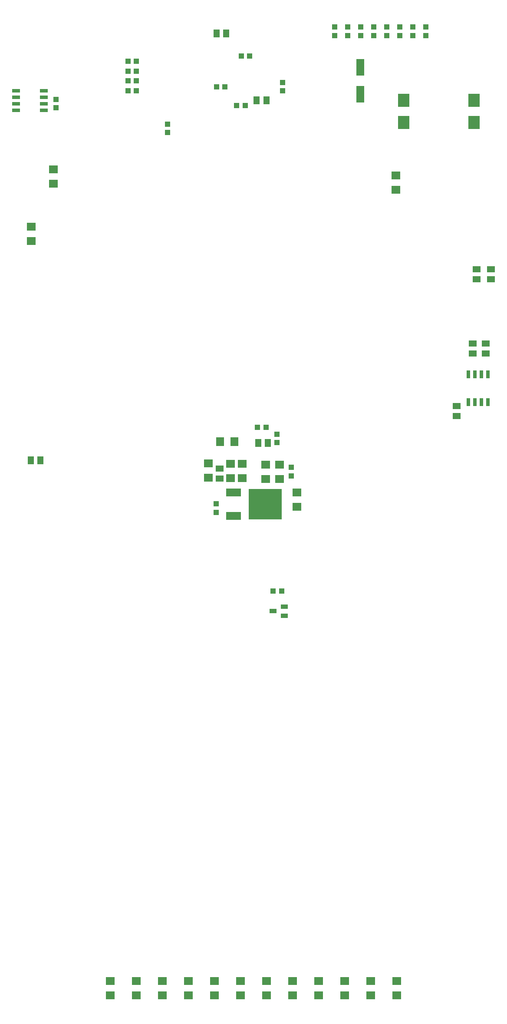
<source format=gbp>
%FSLAX25Y25*%
%MOIN*%
G70*
G01*
G75*
G04 Layer_Color=128*
%ADD10R,0.09000X0.06500*%
%ADD11R,0.07000X0.08000*%
%ADD12R,0.05906X0.05118*%
%ADD13R,0.12500X0.06000*%
%ADD14R,0.06000X0.12500*%
%ADD15R,0.05600X0.03600*%
%ADD16R,0.06299X0.07087*%
%ADD17R,0.10630X0.07087*%
%ADD18R,0.04331X0.03937*%
%ADD19R,0.05118X0.05906*%
%ADD20C,0.05000*%
%ADD21R,0.07087X0.06299*%
%ADD22R,0.03937X0.04331*%
%ADD23R,0.06000X0.08500*%
%ADD24R,0.01181X0.05118*%
%ADD25R,0.07087X0.08661*%
%ADD26O,0.01181X0.07087*%
%ADD27O,0.07087X0.01181*%
%ADD28R,0.14500X0.05000*%
%ADD29R,0.10000X0.07000*%
%ADD30R,0.20000X0.07000*%
%ADD31R,0.06000X0.05500*%
%ADD32C,0.00800*%
%ADD33C,0.01000*%
%ADD34C,0.05000*%
%ADD35C,0.02000*%
%ADD36C,0.08000*%
%ADD37C,0.02500*%
%ADD38C,0.01200*%
%ADD39C,0.13000*%
%ADD40C,0.10000*%
%ADD41C,0.06000*%
G04:AMPARAMS|DCode=42|XSize=60mil|YSize=60mil|CornerRadius=15mil|HoleSize=0mil|Usage=FLASHONLY|Rotation=90.000|XOffset=0mil|YOffset=0mil|HoleType=Round|Shape=RoundedRectangle|*
%AMROUNDEDRECTD42*
21,1,0.06000,0.03000,0,0,90.0*
21,1,0.03000,0.06000,0,0,90.0*
1,1,0.03000,0.01500,0.01500*
1,1,0.03000,0.01500,-0.01500*
1,1,0.03000,-0.01500,-0.01500*
1,1,0.03000,-0.01500,0.01500*
%
%ADD42ROUNDEDRECTD42*%
%ADD43R,0.06200X0.06200*%
%ADD44C,0.06200*%
%ADD45O,0.06000X0.06400*%
%ADD46R,0.06000X0.06400*%
%ADD47O,0.10000X0.12000*%
%ADD48C,0.23400*%
%ADD49R,0.06200X0.06200*%
%ADD50C,0.10000*%
%ADD51C,0.07500*%
G04:AMPARAMS|DCode=52|XSize=50mil|YSize=50mil|CornerRadius=12.5mil|HoleSize=0mil|Usage=FLASHONLY|Rotation=180.000|XOffset=0mil|YOffset=0mil|HoleType=Round|Shape=RoundedRectangle|*
%AMROUNDEDRECTD52*
21,1,0.05000,0.02500,0,0,180.0*
21,1,0.02500,0.05000,0,0,180.0*
1,1,0.02500,-0.01250,0.01250*
1,1,0.02500,0.01250,0.01250*
1,1,0.02500,0.01250,-0.01250*
1,1,0.02500,-0.01250,-0.01250*
%
%ADD52ROUNDEDRECTD52*%
%ADD53C,0.05500*%
G04:AMPARAMS|DCode=54|XSize=55mil|YSize=55mil|CornerRadius=13.75mil|HoleSize=0mil|Usage=FLASHONLY|Rotation=180.000|XOffset=0mil|YOffset=0mil|HoleType=Round|Shape=RoundedRectangle|*
%AMROUNDEDRECTD54*
21,1,0.05500,0.02750,0,0,180.0*
21,1,0.02750,0.05500,0,0,180.0*
1,1,0.02750,-0.01375,0.01375*
1,1,0.02750,0.01375,0.01375*
1,1,0.02750,0.01375,-0.01375*
1,1,0.02750,-0.01375,-0.01375*
%
%ADD54ROUNDEDRECTD54*%
%ADD55C,0.03000*%
%ADD56C,0.08000*%
%ADD57R,0.09000X0.10000*%
%ADD58R,0.06000X0.02500*%
%ADD59R,0.02500X0.06000*%
%ADD60R,0.11800X0.06300*%
%ADD61R,0.25590X0.23622*%
%ADD62C,0.03000*%
%ADD63C,0.02362*%
%ADD64C,0.00984*%
%ADD65C,0.00500*%
%ADD66C,0.01500*%
%ADD67C,0.00699*%
%ADD68C,0.00787*%
%ADD69C,0.01600*%
%ADD70R,0.19000X0.55500*%
%ADD71R,0.06000X0.06000*%
%ADD72P,0.09051X4X180.0*%
%ADD73O,0.10200X0.12200*%
%ADD74P,0.09051X4X90.0*%
%ADD75C,0.05106*%
G04:AMPARAMS|DCode=76|XSize=51.06mil|YSize=51.06mil|CornerRadius=12.77mil|HoleSize=0mil|Usage=FLASHONLY|Rotation=0.000|XOffset=0mil|YOffset=0mil|HoleType=Round|Shape=RoundedRectangle|*
%AMROUNDEDRECTD76*
21,1,0.05106,0.02553,0,0,0.0*
21,1,0.02553,0.05106,0,0,0.0*
1,1,0.02553,0.01277,-0.01277*
1,1,0.02553,-0.01277,-0.01277*
1,1,0.02553,-0.01277,0.01277*
1,1,0.02553,0.01277,0.01277*
%
%ADD76ROUNDEDRECTD76*%
%ADD77R,0.06890X0.08465*%
%ADD78R,0.09800X0.07300*%
%ADD79R,0.07800X0.08800*%
%ADD80R,0.06706X0.05918*%
%ADD81R,0.13300X0.06800*%
%ADD82R,0.06800X0.13300*%
%ADD83R,0.06400X0.04400*%
%ADD84R,0.07099X0.07887*%
%ADD85R,0.11430X0.07887*%
%ADD86R,0.05131X0.04737*%
%ADD87R,0.05918X0.06706*%
%ADD88R,0.07887X0.07099*%
%ADD89R,0.04737X0.05131*%
%ADD90R,0.06800X0.09300*%
%ADD91R,0.01481X0.05418*%
%ADD92R,0.07874X0.09449*%
%ADD93O,0.01481X0.07387*%
%ADD94O,0.07387X0.01481*%
%ADD95R,0.15300X0.05800*%
%ADD96R,0.10800X0.07800*%
%ADD97R,0.20800X0.07800*%
%ADD98R,0.06800X0.06300*%
%ADD99C,0.06800*%
G04:AMPARAMS|DCode=100|XSize=68mil|YSize=68mil|CornerRadius=19mil|HoleSize=0mil|Usage=FLASHONLY|Rotation=90.000|XOffset=0mil|YOffset=0mil|HoleType=Round|Shape=RoundedRectangle|*
%AMROUNDEDRECTD100*
21,1,0.06800,0.03000,0,0,90.0*
21,1,0.03000,0.06800,0,0,90.0*
1,1,0.03800,0.01500,0.01500*
1,1,0.03800,0.01500,-0.01500*
1,1,0.03800,-0.01500,-0.01500*
1,1,0.03800,-0.01500,0.01500*
%
%ADD100ROUNDEDRECTD100*%
%ADD101R,0.07000X0.07000*%
%ADD102C,0.07000*%
%ADD103O,0.06800X0.07200*%
%ADD104R,0.06800X0.07200*%
%ADD105O,0.10800X0.12800*%
%ADD106C,0.24200*%
%ADD107R,0.07000X0.07000*%
%ADD108C,0.10800*%
%ADD109C,0.08300*%
%ADD110C,0.05800*%
G04:AMPARAMS|DCode=111|XSize=58mil|YSize=58mil|CornerRadius=16.5mil|HoleSize=0mil|Usage=FLASHONLY|Rotation=180.000|XOffset=0mil|YOffset=0mil|HoleType=Round|Shape=RoundedRectangle|*
%AMROUNDEDRECTD111*
21,1,0.05800,0.02500,0,0,180.0*
21,1,0.02500,0.05800,0,0,180.0*
1,1,0.03300,-0.01250,0.01250*
1,1,0.03300,0.01250,0.01250*
1,1,0.03300,0.01250,-0.01250*
1,1,0.03300,-0.01250,-0.01250*
%
%ADD111ROUNDEDRECTD111*%
%ADD112C,0.06300*%
G04:AMPARAMS|DCode=113|XSize=63mil|YSize=63mil|CornerRadius=17.75mil|HoleSize=0mil|Usage=FLASHONLY|Rotation=180.000|XOffset=0mil|YOffset=0mil|HoleType=Round|Shape=RoundedRectangle|*
%AMROUNDEDRECTD113*
21,1,0.06300,0.02750,0,0,180.0*
21,1,0.02750,0.06300,0,0,180.0*
1,1,0.03550,-0.01375,0.01375*
1,1,0.03550,0.01375,0.01375*
1,1,0.03550,0.01375,-0.01375*
1,1,0.03550,-0.01375,-0.01375*
%
%ADD113ROUNDEDRECTD113*%
%ADD114R,0.09800X0.10800*%
%ADD115R,0.06800X0.03300*%
%ADD116R,0.03300X0.06800*%
%ADD117R,0.12600X0.07100*%
%ADD118R,0.26391X0.24422*%
G54D12*
X357000Y552750D02*
D03*
Y560250D02*
D03*
X368000Y552750D02*
D03*
Y560250D02*
D03*
X341500Y455250D02*
D03*
Y447750D02*
D03*
X159500Y399750D02*
D03*
Y407250D02*
D03*
X354000Y495750D02*
D03*
Y503250D02*
D03*
X364000Y495750D02*
D03*
Y503250D02*
D03*
G54D14*
X267500Y715250D02*
D03*
Y694750D02*
D03*
G54D15*
X209250Y301500D02*
D03*
X200750Y298000D02*
D03*
X209250Y294500D02*
D03*
G54D16*
X160000Y428000D02*
D03*
X171000D02*
D03*
G54D18*
X207250Y313500D02*
D03*
X200750D02*
D03*
X182750Y724000D02*
D03*
X176250D02*
D03*
X163750Y700500D02*
D03*
X157250D02*
D03*
X179250Y686000D02*
D03*
X172750D02*
D03*
X89250Y712500D02*
D03*
X95750D02*
D03*
X89250Y720000D02*
D03*
X95750D02*
D03*
X89250Y705000D02*
D03*
X95750D02*
D03*
X89250Y697500D02*
D03*
X95750D02*
D03*
X195250Y439000D02*
D03*
X188750D02*
D03*
G54D19*
X157250Y741500D02*
D03*
X164750D02*
D03*
X196750Y427000D02*
D03*
X189250D02*
D03*
X14550Y413600D02*
D03*
X22050D02*
D03*
X188050Y690100D02*
D03*
X195550D02*
D03*
G54D21*
X15000Y593000D02*
D03*
Y582000D02*
D03*
X295500Y13900D02*
D03*
Y2900D02*
D03*
X275500Y13900D02*
D03*
Y2900D02*
D03*
X255500Y13900D02*
D03*
Y2900D02*
D03*
X235500Y13900D02*
D03*
Y2900D02*
D03*
X155500Y13900D02*
D03*
Y2900D02*
D03*
X175500Y13900D02*
D03*
Y2900D02*
D03*
X195500Y13900D02*
D03*
Y2900D02*
D03*
X215500Y13900D02*
D03*
Y2900D02*
D03*
X135500Y13900D02*
D03*
Y2900D02*
D03*
X115500Y13900D02*
D03*
Y2900D02*
D03*
X95500Y13900D02*
D03*
Y2900D02*
D03*
X75500Y13900D02*
D03*
Y2900D02*
D03*
X295000Y621500D02*
D03*
Y632500D02*
D03*
X32000Y637000D02*
D03*
Y626000D02*
D03*
X219000Y378000D02*
D03*
Y389000D02*
D03*
X195000Y399500D02*
D03*
Y410500D02*
D03*
X205500Y399500D02*
D03*
Y410500D02*
D03*
X177000Y400000D02*
D03*
Y411000D02*
D03*
X168000Y400000D02*
D03*
Y411000D02*
D03*
X151000Y400500D02*
D03*
Y411500D02*
D03*
G54D22*
X34000Y684250D02*
D03*
Y690750D02*
D03*
X208000Y703750D02*
D03*
Y697250D02*
D03*
X203500Y433750D02*
D03*
Y427250D02*
D03*
X119500Y665250D02*
D03*
Y671750D02*
D03*
X287900Y746250D02*
D03*
Y739750D02*
D03*
X297900Y746250D02*
D03*
Y739750D02*
D03*
X307900Y746250D02*
D03*
Y739750D02*
D03*
X317900Y746250D02*
D03*
Y739750D02*
D03*
X247900Y746250D02*
D03*
Y739750D02*
D03*
X257900Y746250D02*
D03*
Y739750D02*
D03*
X267900Y746250D02*
D03*
Y739750D02*
D03*
X277900Y746250D02*
D03*
Y739750D02*
D03*
X157000Y373750D02*
D03*
Y380250D02*
D03*
X214500Y408250D02*
D03*
Y401750D02*
D03*
G54D57*
X355000Y690000D02*
D03*
Y673000D02*
D03*
X301000D02*
D03*
Y690000D02*
D03*
G54D58*
X24750Y682500D02*
D03*
Y692500D02*
D03*
Y687500D02*
D03*
X3250Y682500D02*
D03*
Y692500D02*
D03*
Y687500D02*
D03*
X24750Y697500D02*
D03*
X3250D02*
D03*
G54D59*
X365500Y479750D02*
D03*
X355500D02*
D03*
X360500D02*
D03*
X365500Y458250D02*
D03*
X355500D02*
D03*
X360500D02*
D03*
X350500Y479750D02*
D03*
Y458250D02*
D03*
G54D60*
X170197Y389055D02*
D03*
Y370945D02*
D03*
G54D61*
X194803Y380000D02*
D03*
M02*

</source>
